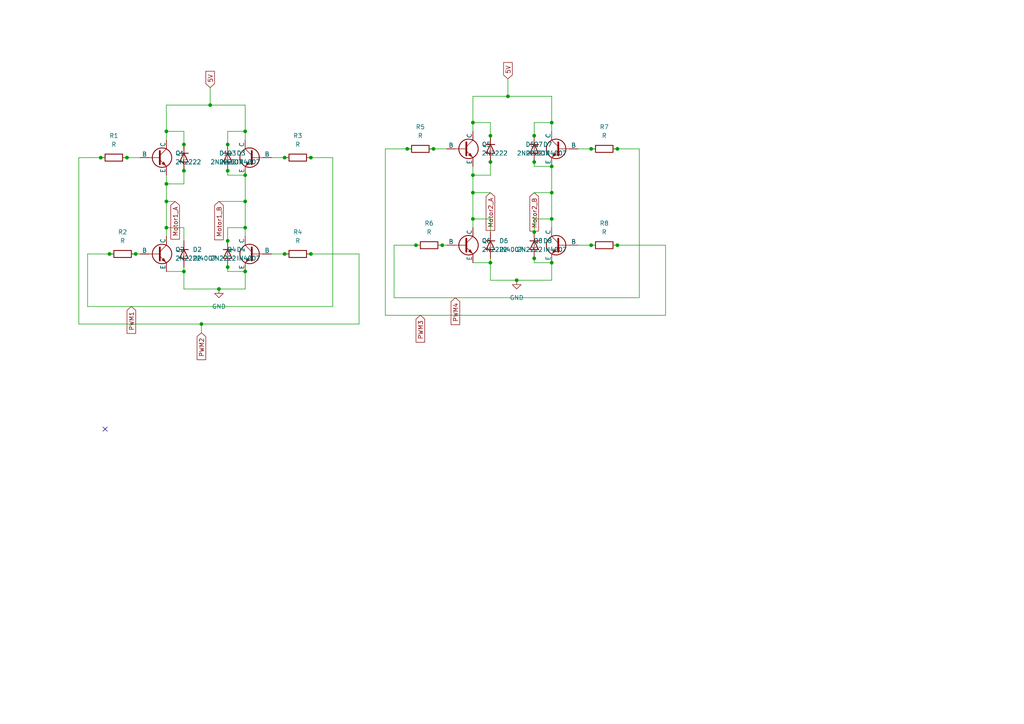
<source format=kicad_sch>
(kicad_sch (version 20230121) (generator eeschema)

  (uuid e206011f-8080-4293-b34d-fea9da82d08a)

  (paper "A4")

  (lib_symbols
    (symbol "Device:D" (pin_numbers hide) (pin_names (offset 1.016) hide) (in_bom yes) (on_board yes)
      (property "Reference" "D" (at 0 2.54 0)
        (effects (font (size 1.27 1.27)))
      )
      (property "Value" "D" (at 0 -2.54 0)
        (effects (font (size 1.27 1.27)))
      )
      (property "Footprint" "" (at 0 0 0)
        (effects (font (size 1.27 1.27)) hide)
      )
      (property "Datasheet" "~" (at 0 0 0)
        (effects (font (size 1.27 1.27)) hide)
      )
      (property "Sim.Device" "D" (at 0 0 0)
        (effects (font (size 1.27 1.27)) hide)
      )
      (property "Sim.Pins" "1=K 2=A" (at 0 0 0)
        (effects (font (size 1.27 1.27)) hide)
      )
      (property "ki_keywords" "diode" (at 0 0 0)
        (effects (font (size 1.27 1.27)) hide)
      )
      (property "ki_description" "Diode" (at 0 0 0)
        (effects (font (size 1.27 1.27)) hide)
      )
      (property "ki_fp_filters" "TO-???* *_Diode_* *SingleDiode* D_*" (at 0 0 0)
        (effects (font (size 1.27 1.27)) hide)
      )
      (symbol "D_0_1"
        (polyline
          (pts
            (xy -1.27 1.27)
            (xy -1.27 -1.27)
          )
          (stroke (width 0.254) (type default))
          (fill (type none))
        )
        (polyline
          (pts
            (xy 1.27 0)
            (xy -1.27 0)
          )
          (stroke (width 0) (type default))
          (fill (type none))
        )
        (polyline
          (pts
            (xy 1.27 1.27)
            (xy 1.27 -1.27)
            (xy -1.27 0)
            (xy 1.27 1.27)
          )
          (stroke (width 0.254) (type default))
          (fill (type none))
        )
      )
      (symbol "D_1_1"
        (pin passive line (at -3.81 0 0) (length 2.54)
          (name "K" (effects (font (size 1.27 1.27))))
          (number "1" (effects (font (size 1.27 1.27))))
        )
        (pin passive line (at 3.81 0 180) (length 2.54)
          (name "A" (effects (font (size 1.27 1.27))))
          (number "2" (effects (font (size 1.27 1.27))))
        )
      )
    )
    (symbol "Device:R" (pin_numbers hide) (pin_names (offset 0)) (in_bom yes) (on_board yes)
      (property "Reference" "R" (at 2.032 0 90)
        (effects (font (size 1.27 1.27)))
      )
      (property "Value" "R" (at 0 0 90)
        (effects (font (size 1.27 1.27)))
      )
      (property "Footprint" "" (at -1.778 0 90)
        (effects (font (size 1.27 1.27)) hide)
      )
      (property "Datasheet" "~" (at 0 0 0)
        (effects (font (size 1.27 1.27)) hide)
      )
      (property "ki_keywords" "R res resistor" (at 0 0 0)
        (effects (font (size 1.27 1.27)) hide)
      )
      (property "ki_description" "Resistor" (at 0 0 0)
        (effects (font (size 1.27 1.27)) hide)
      )
      (property "ki_fp_filters" "R_*" (at 0 0 0)
        (effects (font (size 1.27 1.27)) hide)
      )
      (symbol "R_0_1"
        (rectangle (start -1.016 -2.54) (end 1.016 2.54)
          (stroke (width 0.254) (type default))
          (fill (type none))
        )
      )
      (symbol "R_1_1"
        (pin passive line (at 0 3.81 270) (length 1.27)
          (name "~" (effects (font (size 1.27 1.27))))
          (number "1" (effects (font (size 1.27 1.27))))
        )
        (pin passive line (at 0 -3.81 90) (length 1.27)
          (name "~" (effects (font (size 1.27 1.27))))
          (number "2" (effects (font (size 1.27 1.27))))
        )
      )
    )
    (symbol "Simulation_SPICE:NPN" (pin_numbers hide) (pin_names (offset 0)) (in_bom yes) (on_board yes)
      (property "Reference" "Q" (at -2.54 7.62 0)
        (effects (font (size 1.27 1.27)))
      )
      (property "Value" "NPN" (at -2.54 5.08 0)
        (effects (font (size 1.27 1.27)))
      )
      (property "Footprint" "" (at 63.5 0 0)
        (effects (font (size 1.27 1.27)) hide)
      )
      (property "Datasheet" "~" (at 63.5 0 0)
        (effects (font (size 1.27 1.27)) hide)
      )
      (property "Sim.Device" "NPN" (at 0 0 0)
        (effects (font (size 1.27 1.27)) hide)
      )
      (property "Sim.Type" "GUMMELPOON" (at 0 0 0)
        (effects (font (size 1.27 1.27)) hide)
      )
      (property "Sim.Pins" "1=C 2=B 3=E" (at 0 0 0)
        (effects (font (size 1.27 1.27)) hide)
      )
      (property "ki_keywords" "simulation" (at 0 0 0)
        (effects (font (size 1.27 1.27)) hide)
      )
      (property "ki_description" "Bipolar transistor symbol for simulation only, substrate tied to the emitter" (at 0 0 0)
        (effects (font (size 1.27 1.27)) hide)
      )
      (symbol "NPN_0_1"
        (polyline
          (pts
            (xy -2.54 0)
            (xy 0.635 0)
          )
          (stroke (width 0.1524) (type default))
          (fill (type none))
        )
        (polyline
          (pts
            (xy 0.635 0.635)
            (xy 2.54 2.54)
          )
          (stroke (width 0) (type default))
          (fill (type none))
        )
        (polyline
          (pts
            (xy 2.794 -1.27)
            (xy 2.794 -1.27)
          )
          (stroke (width 0.1524) (type default))
          (fill (type none))
        )
        (polyline
          (pts
            (xy 2.794 -1.27)
            (xy 2.794 -1.27)
          )
          (stroke (width 0.1524) (type default))
          (fill (type none))
        )
        (polyline
          (pts
            (xy 0.635 -0.635)
            (xy 2.54 -2.54)
            (xy 2.54 -2.54)
          )
          (stroke (width 0) (type default))
          (fill (type none))
        )
        (polyline
          (pts
            (xy 0.635 1.905)
            (xy 0.635 -1.905)
            (xy 0.635 -1.905)
          )
          (stroke (width 0.508) (type default))
          (fill (type none))
        )
        (polyline
          (pts
            (xy 1.27 -1.778)
            (xy 1.778 -1.27)
            (xy 2.286 -2.286)
            (xy 1.27 -1.778)
            (xy 1.27 -1.778)
          )
          (stroke (width 0) (type default))
          (fill (type outline))
        )
        (circle (center 1.27 0) (radius 2.8194)
          (stroke (width 0.254) (type default))
          (fill (type none))
        )
      )
      (symbol "NPN_1_1"
        (pin open_collector line (at 2.54 5.08 270) (length 2.54)
          (name "C" (effects (font (size 1.27 1.27))))
          (number "1" (effects (font (size 1.27 1.27))))
        )
        (pin input line (at -5.08 0 0) (length 2.54)
          (name "B" (effects (font (size 1.27 1.27))))
          (number "2" (effects (font (size 1.27 1.27))))
        )
        (pin open_emitter line (at 2.54 -5.08 90) (length 2.54)
          (name "E" (effects (font (size 1.27 1.27))))
          (number "3" (effects (font (size 1.27 1.27))))
        )
      )
    )
    (symbol "power:GND" (power) (pin_names (offset 0)) (in_bom yes) (on_board yes)
      (property "Reference" "#PWR" (at 0 -6.35 0)
        (effects (font (size 1.27 1.27)) hide)
      )
      (property "Value" "GND" (at 0 -3.81 0)
        (effects (font (size 1.27 1.27)))
      )
      (property "Footprint" "" (at 0 0 0)
        (effects (font (size 1.27 1.27)) hide)
      )
      (property "Datasheet" "" (at 0 0 0)
        (effects (font (size 1.27 1.27)) hide)
      )
      (property "ki_keywords" "global power" (at 0 0 0)
        (effects (font (size 1.27 1.27)) hide)
      )
      (property "ki_description" "Power symbol creates a global label with name \"GND\" , ground" (at 0 0 0)
        (effects (font (size 1.27 1.27)) hide)
      )
      (symbol "GND_0_1"
        (polyline
          (pts
            (xy 0 0)
            (xy 0 -1.27)
            (xy 1.27 -1.27)
            (xy 0 -2.54)
            (xy -1.27 -1.27)
            (xy 0 -1.27)
          )
          (stroke (width 0) (type default))
          (fill (type none))
        )
      )
      (symbol "GND_1_1"
        (pin power_in line (at 0 0 270) (length 0) hide
          (name "GND" (effects (font (size 1.27 1.27))))
          (number "1" (effects (font (size 1.27 1.27))))
        )
      )
    )
  )

  (junction (at 160.02 48.26) (diameter 0) (color 0 0 0 0)
    (uuid 008c98e8-f24f-45cd-9839-67828f6b7326)
  )
  (junction (at 125.73 43.18) (diameter 0) (color 0 0 0 0)
    (uuid 00deda85-e7d8-4679-b222-b7b218ae946b)
  )
  (junction (at 154.94 39.37) (diameter 0) (color 0 0 0 0)
    (uuid 0171403d-9b57-4f22-b166-ff02a81f5f03)
  )
  (junction (at 128.27 71.12) (diameter 0) (color 0 0 0 0)
    (uuid 0b6d789a-2210-4dd1-a32c-31beb352b375)
  )
  (junction (at 71.12 78.74) (diameter 0) (color 0 0 0 0)
    (uuid 0ee45950-9ab9-4768-86a3-5b878df83f24)
  )
  (junction (at 142.24 76.2) (diameter 0) (color 0 0 0 0)
    (uuid 1d8a5292-70ce-4272-9a6c-5a166c615acf)
  )
  (junction (at 71.12 38.1) (diameter 0) (color 0 0 0 0)
    (uuid 2690f9f9-7a31-4947-8cfc-c51c89ea4cfc)
  )
  (junction (at 66.04 49.53) (diameter 0) (color 0 0 0 0)
    (uuid 3185c182-e94f-4652-a270-b61ebf0cb0a3)
  )
  (junction (at 39.37 73.66) (diameter 0) (color 0 0 0 0)
    (uuid 3366ad4f-0091-4172-9916-9a21eac8240a)
  )
  (junction (at 120.65 71.12) (diameter 0) (color 0 0 0 0)
    (uuid 36bc7048-5421-47c1-9851-9f135302563a)
  )
  (junction (at 66.04 77.47) (diameter 0) (color 0 0 0 0)
    (uuid 38189b01-71dd-4a47-8e82-9033a73357c9)
  )
  (junction (at 154.94 67.31) (diameter 0) (color 0 0 0 0)
    (uuid 3ac33279-ae54-4510-9b1e-4465874decb4)
  )
  (junction (at 137.16 35.56) (diameter 0) (color 0 0 0 0)
    (uuid 3c549ad7-bda8-4cd3-8d5d-f29ec07e95fe)
  )
  (junction (at 63.5 83.82) (diameter 0) (color 0 0 0 0)
    (uuid 3ce24f19-1937-4158-ac95-27ef6bf84e9e)
  )
  (junction (at 90.17 45.72) (diameter 0) (color 0 0 0 0)
    (uuid 41d16441-5a34-4658-b353-9413ddd9952c)
  )
  (junction (at 179.07 71.12) (diameter 0) (color 0 0 0 0)
    (uuid 4396a4e5-fc16-4e6f-8021-bff21ae70b2e)
  )
  (junction (at 66.04 69.85) (diameter 0) (color 0 0 0 0)
    (uuid 4d20c5ab-d52f-4a69-a1ba-732878cde082)
  )
  (junction (at 142.24 46.99) (diameter 0) (color 0 0 0 0)
    (uuid 5482dbc5-c0bc-4a84-9c07-55dba381e684)
  )
  (junction (at 60.96 30.48) (diameter 0) (color 0 0 0 0)
    (uuid 55dc8f3c-aef7-42c9-a13a-28f92c163964)
  )
  (junction (at 160.02 55.88) (diameter 0) (color 0 0 0 0)
    (uuid 57d97244-3fb4-42f7-8699-3fbde264ed5f)
  )
  (junction (at 71.12 66.04) (diameter 0) (color 0 0 0 0)
    (uuid 59a89079-9b4a-48e5-9bee-6223da158833)
  )
  (junction (at 160.02 35.56) (diameter 0) (color 0 0 0 0)
    (uuid 6a32e41e-760f-423d-b21c-c33eba80f5b9)
  )
  (junction (at 179.07 43.18) (diameter 0) (color 0 0 0 0)
    (uuid 6cd3485a-1dfc-4184-861c-ba336f6a5e6c)
  )
  (junction (at 48.26 38.1) (diameter 0) (color 0 0 0 0)
    (uuid 79632830-60f9-4a47-af49-63e4d82d5412)
  )
  (junction (at 48.26 58.42) (diameter 0) (color 0 0 0 0)
    (uuid 7b4acf42-0a98-42f5-bcb9-0848273454c0)
  )
  (junction (at 71.12 50.8) (diameter 0) (color 0 0 0 0)
    (uuid 7c789aa1-4a87-440f-b8bf-5b5ba2aa2822)
  )
  (junction (at 90.17 73.66) (diameter 0) (color 0 0 0 0)
    (uuid 7f3f1e75-9148-4ffe-8c69-f369f85d380a)
  )
  (junction (at 48.26 66.04) (diameter 0) (color 0 0 0 0)
    (uuid 87d2de26-9a75-46ea-8d4b-9b95d686a70c)
  )
  (junction (at 82.55 73.66) (diameter 0) (color 0 0 0 0)
    (uuid 8b88dd8d-7b4b-4431-b8a6-9754e25a77df)
  )
  (junction (at 118.11 43.18) (diameter 0) (color 0 0 0 0)
    (uuid 8c818322-f40c-48c7-be41-58fbdca8605f)
  )
  (junction (at 48.26 53.34) (diameter 0) (color 0 0 0 0)
    (uuid 9f593349-ad3e-4700-810f-f28934c3fc3b)
  )
  (junction (at 154.94 74.93) (diameter 0) (color 0 0 0 0)
    (uuid 9fc7888a-6883-4179-a567-56931f041850)
  )
  (junction (at 53.34 78.74) (diameter 0) (color 0 0 0 0)
    (uuid a207f984-8ef4-42e2-a83d-c18209e8f3bb)
  )
  (junction (at 154.94 46.99) (diameter 0) (color 0 0 0 0)
    (uuid ac36b7d9-65d8-4f73-bfbd-46566728f4c1)
  )
  (junction (at 137.16 55.88) (diameter 0) (color 0 0 0 0)
    (uuid ad0ff6b0-87ad-47dc-9ba4-db3388628a6c)
  )
  (junction (at 58.42 93.98) (diameter 0) (color 0 0 0 0)
    (uuid b4199773-cc2e-417e-acc8-43e75c6b10bb)
  )
  (junction (at 66.04 41.91) (diameter 0) (color 0 0 0 0)
    (uuid bf4137c6-7c5f-47fc-b425-76101d7671a5)
  )
  (junction (at 160.02 76.2) (diameter 0) (color 0 0 0 0)
    (uuid bf44b378-3a3e-41d4-b8b8-edeb3b47dc40)
  )
  (junction (at 137.16 50.8) (diameter 0) (color 0 0 0 0)
    (uuid d1b1a749-0e81-45cd-86af-318e86efc0ec)
  )
  (junction (at 137.16 63.5) (diameter 0) (color 0 0 0 0)
    (uuid d327bb16-eeb3-4cc9-89f4-272de910c520)
  )
  (junction (at 29.21 45.72) (diameter 0) (color 0 0 0 0)
    (uuid d7a7333f-72da-4379-81cb-6c6e28e6e5e9)
  )
  (junction (at 53.34 41.91) (diameter 0) (color 0 0 0 0)
    (uuid d88e5611-7a19-43d3-b4db-331a7152d821)
  )
  (junction (at 71.12 58.42) (diameter 0) (color 0 0 0 0)
    (uuid d90fa863-0ea2-4f87-8db2-4b29d8b0f81c)
  )
  (junction (at 82.55 45.72) (diameter 0) (color 0 0 0 0)
    (uuid dc060307-73f9-4c4d-833b-ae79776d34ed)
  )
  (junction (at 31.75 73.66) (diameter 0) (color 0 0 0 0)
    (uuid de7d7030-2223-4455-a973-247a7843f2ec)
  )
  (junction (at 53.34 49.53) (diameter 0) (color 0 0 0 0)
    (uuid deaaa5c3-a3dd-4359-a4c6-c3d54c7e8b59)
  )
  (junction (at 171.45 43.18) (diameter 0) (color 0 0 0 0)
    (uuid e88c0928-502b-45ea-bfe3-266fe64eba1f)
  )
  (junction (at 149.86 81.28) (diameter 0) (color 0 0 0 0)
    (uuid e8d07b97-eb79-4e08-8bb2-367fa5fba27b)
  )
  (junction (at 142.24 39.37) (diameter 0) (color 0 0 0 0)
    (uuid ea65ce13-e2eb-4fbe-8e24-c484cbf23cb6)
  )
  (junction (at 160.02 63.5) (diameter 0) (color 0 0 0 0)
    (uuid ec1f8195-58fb-4006-a120-18cf4f812e1e)
  )
  (junction (at 171.45 71.12) (diameter 0) (color 0 0 0 0)
    (uuid f2dbad1b-81f5-42c5-bc6f-c7b31b52320c)
  )
  (junction (at 147.32 27.94) (diameter 0) (color 0 0 0 0)
    (uuid f7483d54-ec22-4237-929f-5a8008d3c2e6)
  )
  (junction (at 36.83 45.72) (diameter 0) (color 0 0 0 0)
    (uuid fa4d1ecd-4026-4a08-be6d-bc506fea465f)
  )

  (no_connect (at 30.48 124.46) (uuid 0c063159-78e5-4b3d-9ea1-c287827a96f6))

  (wire (pts (xy 154.94 39.37) (xy 154.94 40.64))
    (stroke (width 0) (type default))
    (uuid 01dfb55d-6ae4-4cce-a5ea-a622a794b812)
  )
  (wire (pts (xy 66.04 38.1) (xy 71.12 38.1))
    (stroke (width 0) (type default))
    (uuid 02ccfae0-9a5a-4af7-90a6-622c883902e6)
  )
  (wire (pts (xy 53.34 77.47) (xy 53.34 78.74))
    (stroke (width 0) (type default))
    (uuid 03cfe91a-ca21-4cb4-8ec8-cc008cbeab0f)
  )
  (wire (pts (xy 58.42 96.52) (xy 58.42 93.98))
    (stroke (width 0) (type default))
    (uuid 05dbdc27-6570-45e5-b03a-dce440c41fd9)
  )
  (wire (pts (xy 171.45 71.12) (xy 172.72 71.12))
    (stroke (width 0) (type default))
    (uuid 0610ed04-1ad8-4ca3-9fae-27ac10de2173)
  )
  (wire (pts (xy 25.4 88.9) (xy 96.52 88.9))
    (stroke (width 0) (type default))
    (uuid 07609a31-95b6-4922-8c1e-268dc2795a0d)
  )
  (wire (pts (xy 71.12 50.8) (xy 71.12 58.42))
    (stroke (width 0) (type default))
    (uuid 0923a379-7c91-4a45-88bc-c14aa321840e)
  )
  (wire (pts (xy 154.94 55.88) (xy 160.02 55.88))
    (stroke (width 0) (type default))
    (uuid 0ae8c34e-a63f-4511-99e8-299c7fed4dff)
  )
  (wire (pts (xy 71.12 38.1) (xy 71.12 40.64))
    (stroke (width 0) (type default))
    (uuid 0be51494-8159-4a2f-a599-01d1057fe1c5)
  )
  (wire (pts (xy 142.24 45.72) (xy 142.24 46.99))
    (stroke (width 0) (type default))
    (uuid 0e4512c2-185a-4f77-b2bf-8ad34d2ee0bc)
  )
  (wire (pts (xy 114.3 71.12) (xy 114.3 86.36))
    (stroke (width 0) (type default))
    (uuid 107d2d53-39a2-44f8-9a14-fbb4c7605d43)
  )
  (wire (pts (xy 53.34 83.82) (xy 63.5 83.82))
    (stroke (width 0) (type default))
    (uuid 1116e273-d0c9-4dbc-9433-c997d7063c36)
  )
  (wire (pts (xy 147.32 22.86) (xy 147.32 27.94))
    (stroke (width 0) (type default))
    (uuid 15c31eed-16fd-4893-aa0e-91ef93cef4c6)
  )
  (wire (pts (xy 53.34 41.91) (xy 53.34 38.1))
    (stroke (width 0) (type default))
    (uuid 17842654-39cc-41ae-bfe4-756d0e841ae1)
  )
  (wire (pts (xy 53.34 78.74) (xy 48.26 78.74))
    (stroke (width 0) (type default))
    (uuid 1afdb5c4-cad4-4596-bd7e-da6df546882a)
  )
  (wire (pts (xy 53.34 43.18) (xy 53.34 41.91))
    (stroke (width 0) (type default))
    (uuid 1f209090-0e79-4ea1-8a03-ea8b9adc53d4)
  )
  (wire (pts (xy 71.12 66.04) (xy 71.12 68.58))
    (stroke (width 0) (type default))
    (uuid 2271a97c-2cf6-4a9e-ae97-bd7bd06d8ecc)
  )
  (wire (pts (xy 160.02 35.56) (xy 160.02 38.1))
    (stroke (width 0) (type default))
    (uuid 25eebd25-3bbb-40f6-a159-2d133843b795)
  )
  (wire (pts (xy 111.76 43.18) (xy 118.11 43.18))
    (stroke (width 0) (type default))
    (uuid 261ed723-f9a7-4c04-8072-9940305f78b4)
  )
  (wire (pts (xy 154.94 74.93) (xy 154.94 76.2))
    (stroke (width 0) (type default))
    (uuid 275a1242-68a0-41e9-85c7-7791545f4812)
  )
  (wire (pts (xy 177.8 43.18) (xy 179.07 43.18))
    (stroke (width 0) (type default))
    (uuid 28cbdcf7-be69-40f9-b8b9-be508cd7039c)
  )
  (wire (pts (xy 142.24 63.5) (xy 142.24 67.31))
    (stroke (width 0) (type default))
    (uuid 299f919b-7528-4b4d-b418-851bac3f3366)
  )
  (wire (pts (xy 48.26 58.42) (xy 48.26 66.04))
    (stroke (width 0) (type default))
    (uuid 29f6bf46-d3df-419a-99a0-74d42a013e7f)
  )
  (wire (pts (xy 71.12 78.74) (xy 71.12 83.82))
    (stroke (width 0) (type default))
    (uuid 2a26287b-c19f-48b1-8e74-0e7201485bfc)
  )
  (wire (pts (xy 33.02 73.66) (xy 31.75 73.66))
    (stroke (width 0) (type default))
    (uuid 2a9bf1b5-eac0-448f-97ac-e2c6db653088)
  )
  (wire (pts (xy 22.86 45.72) (xy 29.21 45.72))
    (stroke (width 0) (type default))
    (uuid 2ae787b9-dfb9-4349-89c9-4b7250d24904)
  )
  (wire (pts (xy 31.75 73.66) (xy 25.4 73.66))
    (stroke (width 0) (type default))
    (uuid 2b75e97e-5fe3-4c4f-abd5-7489922e07e3)
  )
  (wire (pts (xy 88.9 73.66) (xy 90.17 73.66))
    (stroke (width 0) (type default))
    (uuid 2fce25c6-2098-4b9b-a9f3-292386851994)
  )
  (wire (pts (xy 22.86 93.98) (xy 58.42 93.98))
    (stroke (width 0) (type default))
    (uuid 32c3f319-670e-41f5-862d-df7d0daa5901)
  )
  (wire (pts (xy 48.26 30.48) (xy 60.96 30.48))
    (stroke (width 0) (type default))
    (uuid 35f2908f-7624-4884-ac7b-9bd187d5103d)
  )
  (wire (pts (xy 53.34 49.53) (xy 53.34 53.34))
    (stroke (width 0) (type default))
    (uuid 36bcab8a-2418-4a4e-a721-71aaea68b329)
  )
  (wire (pts (xy 154.94 76.2) (xy 160.02 76.2))
    (stroke (width 0) (type default))
    (uuid 39a5f307-219d-4f66-bedb-42971e21c2ad)
  )
  (wire (pts (xy 142.24 76.2) (xy 137.16 76.2))
    (stroke (width 0) (type default))
    (uuid 3a4e2315-6dcd-4b10-817d-851547a02327)
  )
  (wire (pts (xy 66.04 71.12) (xy 66.04 69.85))
    (stroke (width 0) (type default))
    (uuid 3a704c56-e351-4037-abb4-ce7dd4efdb3d)
  )
  (wire (pts (xy 71.12 58.42) (xy 71.12 66.04))
    (stroke (width 0) (type default))
    (uuid 3b3ac1d2-fde5-46f7-b5ea-6aa52c139699)
  )
  (wire (pts (xy 63.5 83.82) (xy 71.12 83.82))
    (stroke (width 0) (type default))
    (uuid 3b6d130e-12db-47b5-8363-4c06fd9a058d)
  )
  (wire (pts (xy 137.16 48.26) (xy 137.16 50.8))
    (stroke (width 0) (type default))
    (uuid 3b6f725f-0c2c-47f3-b173-928646189f00)
  )
  (wire (pts (xy 154.94 68.58) (xy 154.94 67.31))
    (stroke (width 0) (type default))
    (uuid 3c9c8b29-065c-4700-ae0e-04a102a8406a)
  )
  (wire (pts (xy 154.94 45.72) (xy 154.94 46.99))
    (stroke (width 0) (type default))
    (uuid 3defea52-f838-4885-9e89-bbfc9112752f)
  )
  (wire (pts (xy 66.04 41.91) (xy 66.04 43.18))
    (stroke (width 0) (type default))
    (uuid 457a5335-96b7-41cb-8201-8ad8790eb9aa)
  )
  (wire (pts (xy 137.16 27.94) (xy 147.32 27.94))
    (stroke (width 0) (type default))
    (uuid 45ac3ce8-9590-4b1d-848a-64fa6fb4dfd3)
  )
  (wire (pts (xy 179.07 43.18) (xy 185.42 43.18))
    (stroke (width 0) (type default))
    (uuid 45d1b3f1-d1f8-4838-9f55-2f7978e82efe)
  )
  (wire (pts (xy 22.86 93.98) (xy 22.86 45.72))
    (stroke (width 0) (type default))
    (uuid 47014bce-f80d-4f56-8d67-5a37b2697ae6)
  )
  (wire (pts (xy 149.86 81.28) (xy 160.02 81.28))
    (stroke (width 0) (type default))
    (uuid 486ad031-230c-4859-b327-a3ffa7f2fed7)
  )
  (wire (pts (xy 167.64 43.18) (xy 171.45 43.18))
    (stroke (width 0) (type default))
    (uuid 48bf7520-7cdc-40d0-9923-9561126105c0)
  )
  (wire (pts (xy 137.16 63.5) (xy 142.24 63.5))
    (stroke (width 0) (type default))
    (uuid 50d0dc8f-b7a7-463d-8a8a-2e24f6acf774)
  )
  (wire (pts (xy 63.5 58.42) (xy 71.12 58.42))
    (stroke (width 0) (type default))
    (uuid 525b8876-09cb-4d81-b36e-bbefc05a5677)
  )
  (wire (pts (xy 35.56 45.72) (xy 36.83 45.72))
    (stroke (width 0) (type default))
    (uuid 53529ce7-b0bf-4df1-a35c-f26662ef1473)
  )
  (wire (pts (xy 128.27 71.12) (xy 129.54 71.12))
    (stroke (width 0) (type default))
    (uuid 56f10016-e314-4b96-8cad-970af526676a)
  )
  (wire (pts (xy 60.96 30.48) (xy 71.12 30.48))
    (stroke (width 0) (type default))
    (uuid 573126d2-6537-47f5-a73a-539a900f8e54)
  )
  (wire (pts (xy 154.94 67.31) (xy 154.94 63.5))
    (stroke (width 0) (type default))
    (uuid 66dc1607-174d-4105-b7e4-c6c8dc598634)
  )
  (wire (pts (xy 160.02 76.2) (xy 160.02 81.28))
    (stroke (width 0) (type default))
    (uuid 6aa39c93-0691-4672-88fd-8a35559544c3)
  )
  (wire (pts (xy 82.55 45.72) (xy 83.82 45.72))
    (stroke (width 0) (type default))
    (uuid 6b9bf224-e315-4625-8409-4ac2b530c9aa)
  )
  (wire (pts (xy 90.17 73.66) (xy 104.14 73.66))
    (stroke (width 0) (type default))
    (uuid 6c1e8852-c235-487a-bab5-8c9407450344)
  )
  (wire (pts (xy 104.14 73.66) (xy 104.14 93.98))
    (stroke (width 0) (type default))
    (uuid 6d477e7e-244d-4739-8a43-70a22095ac96)
  )
  (wire (pts (xy 185.42 86.36) (xy 185.42 43.18))
    (stroke (width 0) (type default))
    (uuid 6eaaa3b2-1796-4d06-bf1b-d996e0516170)
  )
  (wire (pts (xy 154.94 48.26) (xy 160.02 48.26))
    (stroke (width 0) (type default))
    (uuid 6ee82b2b-2ac5-4dd2-8929-4d2c808f10e2)
  )
  (wire (pts (xy 154.94 35.56) (xy 160.02 35.56))
    (stroke (width 0) (type default))
    (uuid 70972d9b-d688-4d7d-baa8-790c6588c355)
  )
  (wire (pts (xy 193.04 91.44) (xy 111.76 91.44))
    (stroke (width 0) (type default))
    (uuid 72301629-0f1b-499d-a64c-f5ffde760137)
  )
  (wire (pts (xy 71.12 30.48) (xy 71.12 38.1))
    (stroke (width 0) (type default))
    (uuid 74fa7266-0518-44a3-9eed-9f475d18d6fa)
  )
  (wire (pts (xy 53.34 78.74) (xy 53.34 83.82))
    (stroke (width 0) (type default))
    (uuid 760150f4-08df-40f8-86ab-013aa03cca35)
  )
  (wire (pts (xy 38.1 73.66) (xy 39.37 73.66))
    (stroke (width 0) (type default))
    (uuid 76cdffb8-4ca1-4811-8c52-044b8031b5b1)
  )
  (wire (pts (xy 142.24 40.64) (xy 142.24 39.37))
    (stroke (width 0) (type default))
    (uuid 76d18943-bf79-403f-ba9d-75abb3352dc2)
  )
  (wire (pts (xy 78.74 73.66) (xy 82.55 73.66))
    (stroke (width 0) (type default))
    (uuid 7910f104-7370-46a2-8131-ef1d9dfd6ef2)
  )
  (wire (pts (xy 66.04 49.53) (xy 66.04 50.8))
    (stroke (width 0) (type default))
    (uuid 7ad2fc3d-ba96-4c38-b6e1-0a0e22bed5e7)
  )
  (wire (pts (xy 36.83 45.72) (xy 40.64 45.72))
    (stroke (width 0) (type default))
    (uuid 80487b12-a7de-4237-b328-3c76b33f1b77)
  )
  (wire (pts (xy 127 71.12) (xy 128.27 71.12))
    (stroke (width 0) (type default))
    (uuid 80f69196-26ac-4208-84b9-e407ce042bee)
  )
  (wire (pts (xy 88.9 45.72) (xy 90.17 45.72))
    (stroke (width 0) (type default))
    (uuid 8170aea5-59ba-44ee-8fa5-f907e77d0eea)
  )
  (wire (pts (xy 111.76 91.44) (xy 111.76 43.18))
    (stroke (width 0) (type default))
    (uuid 82ce1a4f-4681-47fc-adf8-60af617730bd)
  )
  (wire (pts (xy 66.04 78.74) (xy 71.12 78.74))
    (stroke (width 0) (type default))
    (uuid 8504b2be-71f4-45c9-9f24-00d43de5678e)
  )
  (wire (pts (xy 171.45 43.18) (xy 172.72 43.18))
    (stroke (width 0) (type default))
    (uuid 87bb6bb5-15d3-45a0-94b1-1d064b2d4098)
  )
  (wire (pts (xy 66.04 69.85) (xy 66.04 66.04))
    (stroke (width 0) (type default))
    (uuid 8c9fb1fb-d8c1-4660-bee7-124a2faaf7b9)
  )
  (wire (pts (xy 137.16 55.88) (xy 142.24 55.88))
    (stroke (width 0) (type default))
    (uuid 8e770995-f8d4-40a7-ab8c-074fdcab713c)
  )
  (wire (pts (xy 25.4 73.66) (xy 25.4 88.9))
    (stroke (width 0) (type default))
    (uuid 8f24891b-00fc-4642-b9d6-d19fc474bad3)
  )
  (wire (pts (xy 160.02 63.5) (xy 160.02 66.04))
    (stroke (width 0) (type default))
    (uuid 927e3660-ec29-4bb3-b9d5-ac90c4481f5d)
  )
  (wire (pts (xy 66.04 48.26) (xy 66.04 49.53))
    (stroke (width 0) (type default))
    (uuid 92c961ec-d3e4-40f8-b158-4583b0e42370)
  )
  (wire (pts (xy 142.24 74.93) (xy 142.24 76.2))
    (stroke (width 0) (type default))
    (uuid 969da8a1-1828-4a6e-b587-3156bad3afc7)
  )
  (wire (pts (xy 114.3 86.36) (xy 185.42 86.36))
    (stroke (width 0) (type default))
    (uuid 98b274b0-1a13-4f18-b647-3d9887db3f0d)
  )
  (wire (pts (xy 48.26 50.8) (xy 48.26 53.34))
    (stroke (width 0) (type default))
    (uuid 9aa3a071-d1a4-461b-8cd1-a35a713738e5)
  )
  (wire (pts (xy 125.73 43.18) (xy 129.54 43.18))
    (stroke (width 0) (type default))
    (uuid 9baa4ffe-175e-4ff8-9a74-8239d2af471c)
  )
  (wire (pts (xy 39.37 73.66) (xy 40.64 73.66))
    (stroke (width 0) (type default))
    (uuid 9bab7f7b-f433-4093-9df5-e31429fbe511)
  )
  (wire (pts (xy 193.04 71.12) (xy 193.04 91.44))
    (stroke (width 0) (type default))
    (uuid 9e2db8a1-e517-46b1-b042-29f4777b7e8c)
  )
  (wire (pts (xy 124.46 43.18) (xy 125.73 43.18))
    (stroke (width 0) (type default))
    (uuid a1057ee2-7838-44ce-aeed-f074524cb2bb)
  )
  (wire (pts (xy 142.24 76.2) (xy 142.24 81.28))
    (stroke (width 0) (type default))
    (uuid a1eb5039-8f85-464b-90ec-6474d67e7a5a)
  )
  (wire (pts (xy 58.42 93.98) (xy 104.14 93.98))
    (stroke (width 0) (type default))
    (uuid a22f9fe2-fd47-41bb-a319-9e162958eebd)
  )
  (wire (pts (xy 66.04 50.8) (xy 71.12 50.8))
    (stroke (width 0) (type default))
    (uuid a4e90efe-df3f-4758-96e2-c8de948dfae6)
  )
  (wire (pts (xy 160.02 27.94) (xy 160.02 35.56))
    (stroke (width 0) (type default))
    (uuid a598693d-d7b8-4c4e-91bd-415ebfff6039)
  )
  (wire (pts (xy 142.24 39.37) (xy 142.24 35.56))
    (stroke (width 0) (type default))
    (uuid a9ade45e-1f33-4d18-a1e9-13e4f5bb0e64)
  )
  (wire (pts (xy 48.26 53.34) (xy 53.34 53.34))
    (stroke (width 0) (type default))
    (uuid ad630fe2-1f30-4f31-b986-38790c137bd6)
  )
  (wire (pts (xy 142.24 46.99) (xy 142.24 50.8))
    (stroke (width 0) (type default))
    (uuid afe85f7e-6d65-4745-a350-d65337868b62)
  )
  (wire (pts (xy 60.96 25.4) (xy 60.96 30.48))
    (stroke (width 0) (type default))
    (uuid b01471ba-dbe7-4a06-b26b-1932d961e5ca)
  )
  (wire (pts (xy 154.94 63.5) (xy 160.02 63.5))
    (stroke (width 0) (type default))
    (uuid b1e9373a-5d5b-4db9-9397-06077d49ba21)
  )
  (wire (pts (xy 120.65 71.12) (xy 114.3 71.12))
    (stroke (width 0) (type default))
    (uuid b37244c7-79a8-4275-a868-7444d1b7bac8)
  )
  (wire (pts (xy 48.26 66.04) (xy 48.26 68.58))
    (stroke (width 0) (type default))
    (uuid b4bb7335-aea9-4bb6-a6cd-886a152e79bd)
  )
  (wire (pts (xy 137.16 35.56) (xy 137.16 27.94))
    (stroke (width 0) (type default))
    (uuid b78c6c9c-2467-45b3-b4cd-8b7ddbee4627)
  )
  (wire (pts (xy 53.34 48.26) (xy 53.34 49.53))
    (stroke (width 0) (type default))
    (uuid bc37b237-7ff5-4f60-a3c8-44f3a3113037)
  )
  (wire (pts (xy 48.26 53.34) (xy 48.26 58.42))
    (stroke (width 0) (type default))
    (uuid c1349cf9-9e7f-4def-8d78-a7baf8c9423d)
  )
  (wire (pts (xy 53.34 38.1) (xy 48.26 38.1))
    (stroke (width 0) (type default))
    (uuid c435518a-14f6-41e4-ad73-ec6219239c13)
  )
  (wire (pts (xy 154.94 46.99) (xy 154.94 48.26))
    (stroke (width 0) (type default))
    (uuid c6e5aa10-10f2-4add-9d79-4630c7324012)
  )
  (wire (pts (xy 66.04 76.2) (xy 66.04 77.47))
    (stroke (width 0) (type default))
    (uuid c7e6aba3-0598-41e4-ba0f-8126878794f9)
  )
  (wire (pts (xy 29.21 45.72) (xy 30.48 45.72))
    (stroke (width 0) (type default))
    (uuid c869b001-00a6-4395-9bbe-d24726e92446)
  )
  (wire (pts (xy 121.92 71.12) (xy 120.65 71.12))
    (stroke (width 0) (type default))
    (uuid c8fe4750-06c3-4565-9390-b0f5d3b0acee)
  )
  (wire (pts (xy 147.32 27.94) (xy 160.02 27.94))
    (stroke (width 0) (type default))
    (uuid ca6cf087-74c3-473b-ba35-246c60189ad4)
  )
  (wire (pts (xy 154.94 73.66) (xy 154.94 74.93))
    (stroke (width 0) (type default))
    (uuid cb34d512-9d8e-4162-9712-5d0962a611ff)
  )
  (wire (pts (xy 154.94 35.56) (xy 154.94 39.37))
    (stroke (width 0) (type default))
    (uuid cd09aabd-fb61-4a45-a567-97fe3fcadecc)
  )
  (wire (pts (xy 66.04 77.47) (xy 66.04 78.74))
    (stroke (width 0) (type default))
    (uuid cd73f56f-e1a3-4959-a141-d7a40fc73142)
  )
  (wire (pts (xy 160.02 48.26) (xy 160.02 55.88))
    (stroke (width 0) (type default))
    (uuid cf664c0f-989c-4b79-95af-146cd3924048)
  )
  (wire (pts (xy 137.16 55.88) (xy 137.16 63.5))
    (stroke (width 0) (type default))
    (uuid d0f5f464-9102-4544-bde0-ed1cefcac401)
  )
  (wire (pts (xy 137.16 63.5) (xy 137.16 66.04))
    (stroke (width 0) (type default))
    (uuid d3d07dd5-257f-4d7f-86b5-484d3be32456)
  )
  (wire (pts (xy 160.02 55.88) (xy 160.02 63.5))
    (stroke (width 0) (type default))
    (uuid d40ab536-783b-4ea1-a60f-0ade72a718fa)
  )
  (wire (pts (xy 48.26 38.1) (xy 48.26 30.48))
    (stroke (width 0) (type default))
    (uuid d5808047-d98d-4524-8ded-a606e1d5e6ec)
  )
  (wire (pts (xy 142.24 81.28) (xy 149.86 81.28))
    (stroke (width 0) (type default))
    (uuid d597a11d-f6ce-42be-bac5-3fde2431a01e)
  )
  (wire (pts (xy 66.04 38.1) (xy 66.04 41.91))
    (stroke (width 0) (type default))
    (uuid d75d2326-712f-4abd-9c76-e6e8eacc9bfd)
  )
  (wire (pts (xy 118.11 43.18) (xy 119.38 43.18))
    (stroke (width 0) (type default))
    (uuid de5ec03d-46f5-4ff5-9603-83fcc23ab840)
  )
  (wire (pts (xy 137.16 50.8) (xy 142.24 50.8))
    (stroke (width 0) (type default))
    (uuid de71e0a8-1f67-4907-8128-4ed4e85b7b76)
  )
  (wire (pts (xy 142.24 35.56) (xy 137.16 35.56))
    (stroke (width 0) (type default))
    (uuid df64dba2-5422-4dba-90fd-3b4f39d8c95b)
  )
  (wire (pts (xy 66.04 66.04) (xy 71.12 66.04))
    (stroke (width 0) (type default))
    (uuid e06cf68e-89f8-4c52-a580-812a309a4180)
  )
  (wire (pts (xy 53.34 66.04) (xy 53.34 69.85))
    (stroke (width 0) (type default))
    (uuid e08e9571-8ce9-4bc3-83bc-84671d57120d)
  )
  (wire (pts (xy 48.26 58.42) (xy 50.8 58.42))
    (stroke (width 0) (type default))
    (uuid e1f54a72-6f8e-4498-b2a9-af6ad6a646c8)
  )
  (wire (pts (xy 167.64 71.12) (xy 171.45 71.12))
    (stroke (width 0) (type default))
    (uuid e3e98223-9454-4e3d-9b53-01e2655fb756)
  )
  (wire (pts (xy 137.16 35.56) (xy 137.16 38.1))
    (stroke (width 0) (type default))
    (uuid e4264b71-38a2-416c-a931-041447a2f9a1)
  )
  (wire (pts (xy 96.52 88.9) (xy 96.52 45.72))
    (stroke (width 0) (type default))
    (uuid e8cc44dd-87bc-4c2a-b6fa-f1d1df664b0d)
  )
  (wire (pts (xy 78.74 45.72) (xy 82.55 45.72))
    (stroke (width 0) (type default))
    (uuid ea23de01-ca2d-4789-9fb6-03d063c07513)
  )
  (wire (pts (xy 48.26 66.04) (xy 53.34 66.04))
    (stroke (width 0) (type default))
    (uuid eaddbb84-08e2-436b-89a4-a38e7c2c2f90)
  )
  (wire (pts (xy 90.17 45.72) (xy 96.52 45.72))
    (stroke (width 0) (type default))
    (uuid ed7912f5-7f02-4308-9bdf-b7664907054a)
  )
  (wire (pts (xy 179.07 71.12) (xy 193.04 71.12))
    (stroke (width 0) (type default))
    (uuid ed840246-f35f-4e9d-829a-c374f957e384)
  )
  (wire (pts (xy 48.26 38.1) (xy 48.26 40.64))
    (stroke (width 0) (type default))
    (uuid f086083c-abcc-4bb4-854b-7cd9e2b0405b)
  )
  (wire (pts (xy 177.8 71.12) (xy 179.07 71.12))
    (stroke (width 0) (type default))
    (uuid f215b968-b465-4142-93f2-8a332d6ae6cb)
  )
  (wire (pts (xy 82.55 73.66) (xy 83.82 73.66))
    (stroke (width 0) (type default))
    (uuid faa30f97-6705-45ba-b797-955d5556a766)
  )
  (wire (pts (xy 137.16 50.8) (xy 137.16 55.88))
    (stroke (width 0) (type default))
    (uuid fc663338-c098-41ba-87ec-e5f68ecccfbd)
  )

  (global_label "5V" (shape input) (at 147.32 22.86 90) (fields_autoplaced)
    (effects (font (size 1.27 1.27)) (justify left))
    (uuid 121c4814-3da5-46e8-8361-8d9388067554)
    (property "Intersheetrefs" "${INTERSHEET_REFS}" (at 147.32 17.5767 90)
      (effects (font (size 1.27 1.27)) (justify left) hide)
    )
  )
  (global_label "Motor2_A" (shape input) (at 142.24 55.88 270) (fields_autoplaced)
    (effects (font (size 1.27 1.27)) (justify right))
    (uuid 316baa2d-adb5-4c80-82f5-b4529e635d7a)
    (property "Intersheetrefs" "${INTERSHEET_REFS}" (at 142.24 67.3922 90)
      (effects (font (size 1.27 1.27)) (justify right) hide)
    )
  )
  (global_label "Motor2_B" (shape input) (at 154.94 55.88 270) (fields_autoplaced)
    (effects (font (size 1.27 1.27)) (justify right))
    (uuid 40c57447-5d10-462f-a164-c869d3482c9e)
    (property "Intersheetrefs" "${INTERSHEET_REFS}" (at 154.94 67.5736 90)
      (effects (font (size 1.27 1.27)) (justify right) hide)
    )
  )
  (global_label "Motor1_B" (shape input) (at 63.5 58.42 270) (fields_autoplaced)
    (effects (font (size 1.27 1.27)) (justify right))
    (uuid 4c0e093c-ce6c-4308-9460-db7ec1cfb1ef)
    (property "Intersheetrefs" "${INTERSHEET_REFS}" (at 63.5 70.1136 90)
      (effects (font (size 1.27 1.27)) (justify right) hide)
    )
  )
  (global_label "PWM2" (shape input) (at 58.42 96.52 270) (fields_autoplaced)
    (effects (font (size 1.27 1.27)) (justify right))
    (uuid 737f5edc-67a9-490d-997e-e16012866d0b)
    (property "Intersheetrefs" "${INTERSHEET_REFS}" (at 58.42 104.8875 90)
      (effects (font (size 1.27 1.27)) (justify right) hide)
    )
  )
  (global_label "5V" (shape input) (at 60.96 25.4 90) (fields_autoplaced)
    (effects (font (size 1.27 1.27)) (justify left))
    (uuid b897b46b-015d-409c-b96b-9424e1a7c73e)
    (property "Intersheetrefs" "${INTERSHEET_REFS}" (at 60.96 20.1167 90)
      (effects (font (size 1.27 1.27)) (justify left) hide)
    )
  )
  (global_label "Motor1_A" (shape input) (at 50.8 58.42 270) (fields_autoplaced)
    (effects (font (size 1.27 1.27)) (justify right))
    (uuid c9f2b67e-fa10-466f-a971-16e850cb09fe)
    (property "Intersheetrefs" "${INTERSHEET_REFS}" (at 50.8 69.9322 90)
      (effects (font (size 1.27 1.27)) (justify right) hide)
    )
  )
  (global_label "PWM3" (shape input) (at 121.92 91.44 270) (fields_autoplaced)
    (effects (font (size 1.27 1.27)) (justify right))
    (uuid eb9e5bfe-c4c4-4e22-a554-b1fdca49e8fe)
    (property "Intersheetrefs" "${INTERSHEET_REFS}" (at 121.92 99.8075 90)
      (effects (font (size 1.27 1.27)) (justify right) hide)
    )
  )
  (global_label "PWM1" (shape input) (at 38.1 88.9 270) (fields_autoplaced)
    (effects (font (size 1.27 1.27)) (justify right))
    (uuid f4c5a387-a00f-4d76-ab80-46caede8a747)
    (property "Intersheetrefs" "${INTERSHEET_REFS}" (at 38.1 97.2675 90)
      (effects (font (size 1.27 1.27)) (justify right) hide)
    )
  )
  (global_label "PWM4" (shape input) (at 132.08 86.36 270) (fields_autoplaced)
    (effects (font (size 1.27 1.27)) (justify right))
    (uuid f5e7cf9a-9d07-47df-8c92-762165cf6542)
    (property "Intersheetrefs" "${INTERSHEET_REFS}" (at 132.08 94.7275 90)
      (effects (font (size 1.27 1.27)) (justify right) hide)
    )
  )

  (symbol (lib_id "Device:D") (at 66.04 73.66 270) (unit 1)
    (in_bom yes) (on_board yes) (dnp no) (fields_autoplaced)
    (uuid 08cd58ce-78eb-4776-862f-edfb26e20bfe)
    (property "Reference" "D4" (at 68.58 72.39 90)
      (effects (font (size 1.27 1.27)) (justify left))
    )
    (property "Value" "IN4007" (at 68.58 74.93 90)
      (effects (font (size 1.27 1.27)) (justify left))
    )
    (property "Footprint" "" (at 66.04 73.66 0)
      (effects (font (size 1.27 1.27)) hide)
    )
    (property "Datasheet" "~" (at 66.04 73.66 0)
      (effects (font (size 1.27 1.27)) hide)
    )
    (property "Sim.Device" "D" (at 66.04 73.66 0)
      (effects (font (size 1.27 1.27)) hide)
    )
    (property "Sim.Pins" "1=K 2=A" (at 66.04 73.66 0)
      (effects (font (size 1.27 1.27)) hide)
    )
    (pin "1" (uuid ac2601bb-769d-4e64-bbd6-d869b9a9d345))
    (pin "2" (uuid 821f265b-5b4e-41fa-89fa-fd49e1aa016b))
    (instances
      (project "Design PCB assignment"
        (path "/e206011f-8080-4293-b34d-fea9da82d08a"
          (reference "D4") (unit 1)
        )
      )
    )
  )

  (symbol (lib_id "Simulation_SPICE:NPN") (at 73.66 45.72 0) (mirror y) (unit 1)
    (in_bom yes) (on_board yes) (dnp no) (fields_autoplaced)
    (uuid 0e0a89ea-697a-405b-9093-e6c1f0869a08)
    (property "Reference" "Q3" (at 68.58 44.45 0)
      (effects (font (size 1.27 1.27)) (justify left))
    )
    (property "Value" "2N2222" (at 68.58 46.99 0)
      (effects (font (size 1.27 1.27)) (justify left))
    )
    (property "Footprint" "" (at 10.16 45.72 0)
      (effects (font (size 1.27 1.27)) hide)
    )
    (property "Datasheet" "~" (at 10.16 45.72 0)
      (effects (font (size 1.27 1.27)) hide)
    )
    (property "Sim.Device" "NPN" (at 73.66 45.72 0)
      (effects (font (size 1.27 1.27)) hide)
    )
    (property "Sim.Type" "GUMMELPOON" (at 73.66 45.72 0)
      (effects (font (size 1.27 1.27)) hide)
    )
    (property "Sim.Pins" "1=C 2=B 3=E" (at 73.66 45.72 0)
      (effects (font (size 1.27 1.27)) hide)
    )
    (pin "1" (uuid 75011d95-63b4-4813-a363-6cb6f6657384))
    (pin "2" (uuid e855df4f-fef4-40ec-87b8-3aac779d2c26))
    (pin "3" (uuid 3c0d5ed4-bcee-40fc-9664-2cc43eb5b664))
    (instances
      (project "Design PCB assignment"
        (path "/e206011f-8080-4293-b34d-fea9da82d08a"
          (reference "Q3") (unit 1)
        )
      )
    )
  )

  (symbol (lib_id "Device:R") (at 86.36 73.66 90) (unit 1)
    (in_bom yes) (on_board yes) (dnp no) (fields_autoplaced)
    (uuid 0eaeeec4-3bc0-4086-a357-ca4a5a822ccc)
    (property "Reference" "R4" (at 86.36 67.31 90)
      (effects (font (size 1.27 1.27)))
    )
    (property "Value" "R" (at 86.36 69.85 90)
      (effects (font (size 1.27 1.27)))
    )
    (property "Footprint" "" (at 86.36 75.438 90)
      (effects (font (size 1.27 1.27)) hide)
    )
    (property "Datasheet" "~" (at 86.36 73.66 0)
      (effects (font (size 1.27 1.27)) hide)
    )
    (pin "1" (uuid 58215ed9-b671-404a-a34e-0e4597368610))
    (pin "2" (uuid 8884214e-4414-4327-baa2-f4c63bc517c7))
    (instances
      (project "Design PCB assignment"
        (path "/e206011f-8080-4293-b34d-fea9da82d08a"
          (reference "R4") (unit 1)
        )
      )
    )
  )

  (symbol (lib_id "Device:R") (at 86.36 45.72 90) (unit 1)
    (in_bom yes) (on_board yes) (dnp no) (fields_autoplaced)
    (uuid 26618ef1-0218-4f88-9a83-e91d4f3d111b)
    (property "Reference" "R3" (at 86.36 39.37 90)
      (effects (font (size 1.27 1.27)))
    )
    (property "Value" "R" (at 86.36 41.91 90)
      (effects (font (size 1.27 1.27)))
    )
    (property "Footprint" "" (at 86.36 47.498 90)
      (effects (font (size 1.27 1.27)) hide)
    )
    (property "Datasheet" "~" (at 86.36 45.72 0)
      (effects (font (size 1.27 1.27)) hide)
    )
    (pin "1" (uuid f6ccb870-19ab-4f0d-997d-1cccc9c4d88b))
    (pin "2" (uuid 23df0c3d-c1a2-44a7-9161-e29a6c47d05d))
    (instances
      (project "Design PCB assignment"
        (path "/e206011f-8080-4293-b34d-fea9da82d08a"
          (reference "R3") (unit 1)
        )
      )
    )
  )

  (symbol (lib_id "Device:D") (at 142.24 71.12 270) (unit 1)
    (in_bom yes) (on_board yes) (dnp no) (fields_autoplaced)
    (uuid 26873e97-3fee-4992-b2a5-d2dff5ee4891)
    (property "Reference" "D6" (at 144.78 69.85 90)
      (effects (font (size 1.27 1.27)) (justify left))
    )
    (property "Value" "IN4007" (at 144.78 72.39 90)
      (effects (font (size 1.27 1.27)) (justify left))
    )
    (property "Footprint" "" (at 142.24 71.12 0)
      (effects (font (size 1.27 1.27)) hide)
    )
    (property "Datasheet" "~" (at 142.24 71.12 0)
      (effects (font (size 1.27 1.27)) hide)
    )
    (property "Sim.Device" "D" (at 142.24 71.12 0)
      (effects (font (size 1.27 1.27)) hide)
    )
    (property "Sim.Pins" "1=K 2=A" (at 142.24 71.12 0)
      (effects (font (size 1.27 1.27)) hide)
    )
    (pin "1" (uuid acdc6a61-44b2-4e35-bf97-a1c12c34fa56))
    (pin "2" (uuid 5fafc933-e6f3-4568-ab58-1bc9dbeda65e))
    (instances
      (project "Design PCB assignment"
        (path "/e206011f-8080-4293-b34d-fea9da82d08a"
          (reference "D6") (unit 1)
        )
      )
    )
  )

  (symbol (lib_id "Simulation_SPICE:NPN") (at 45.72 45.72 0) (unit 1)
    (in_bom yes) (on_board yes) (dnp no) (fields_autoplaced)
    (uuid 2f2a956b-1438-4854-91a3-525c490d40b6)
    (property "Reference" "Q1" (at 50.8 44.45 0)
      (effects (font (size 1.27 1.27)) (justify left))
    )
    (property "Value" "2N2222" (at 50.8 46.99 0)
      (effects (font (size 1.27 1.27)) (justify left))
    )
    (property "Footprint" "" (at 109.22 45.72 0)
      (effects (font (size 1.27 1.27)) hide)
    )
    (property "Datasheet" "~" (at 109.22 45.72 0)
      (effects (font (size 1.27 1.27)) hide)
    )
    (property "Sim.Device" "NPN" (at 45.72 45.72 0)
      (effects (font (size 1.27 1.27)) hide)
    )
    (property "Sim.Type" "GUMMELPOON" (at 45.72 45.72 0)
      (effects (font (size 1.27 1.27)) hide)
    )
    (property "Sim.Pins" "1=C 2=B 3=E" (at 45.72 45.72 0)
      (effects (font (size 1.27 1.27)) hide)
    )
    (pin "1" (uuid e93b03e9-aa0b-4de6-b025-771c7aeb96fd))
    (pin "2" (uuid 35d0b7dd-d8c6-4675-b362-2fe212b354e8))
    (pin "3" (uuid 8fedea89-bce1-4859-9a3a-4f0d7551f308))
    (instances
      (project "Design PCB assignment"
        (path "/e206011f-8080-4293-b34d-fea9da82d08a"
          (reference "Q1") (unit 1)
        )
      )
    )
  )

  (symbol (lib_id "Device:D") (at 154.94 71.12 270) (unit 1)
    (in_bom yes) (on_board yes) (dnp no) (fields_autoplaced)
    (uuid 3d428571-aebf-4b0f-a3b1-166646fd8b18)
    (property "Reference" "D8" (at 157.48 69.85 90)
      (effects (font (size 1.27 1.27)) (justify left))
    )
    (property "Value" "IN4007" (at 157.48 72.39 90)
      (effects (font (size 1.27 1.27)) (justify left))
    )
    (property "Footprint" "" (at 154.94 71.12 0)
      (effects (font (size 1.27 1.27)) hide)
    )
    (property "Datasheet" "~" (at 154.94 71.12 0)
      (effects (font (size 1.27 1.27)) hide)
    )
    (property "Sim.Device" "D" (at 154.94 71.12 0)
      (effects (font (size 1.27 1.27)) hide)
    )
    (property "Sim.Pins" "1=K 2=A" (at 154.94 71.12 0)
      (effects (font (size 1.27 1.27)) hide)
    )
    (pin "1" (uuid 7ce8f852-f745-49ec-bad1-8fdcd66499f2))
    (pin "2" (uuid 61c6d620-d1cf-4ab4-b376-7a1469b540fd))
    (instances
      (project "Design PCB assignment"
        (path "/e206011f-8080-4293-b34d-fea9da82d08a"
          (reference "D8") (unit 1)
        )
      )
    )
  )

  (symbol (lib_id "Simulation_SPICE:NPN") (at 45.72 73.66 0) (unit 1)
    (in_bom yes) (on_board yes) (dnp no) (fields_autoplaced)
    (uuid 6ceb6a6e-e525-4702-808c-cbc4391e201c)
    (property "Reference" "Q2" (at 50.8 72.39 0)
      (effects (font (size 1.27 1.27)) (justify left))
    )
    (property "Value" "2N2222" (at 50.8 74.93 0)
      (effects (font (size 1.27 1.27)) (justify left))
    )
    (property "Footprint" "" (at 109.22 73.66 0)
      (effects (font (size 1.27 1.27)) hide)
    )
    (property "Datasheet" "~" (at 109.22 73.66 0)
      (effects (font (size 1.27 1.27)) hide)
    )
    (property "Sim.Device" "NPN" (at 45.72 73.66 0)
      (effects (font (size 1.27 1.27)) hide)
    )
    (property "Sim.Type" "GUMMELPOON" (at 45.72 73.66 0)
      (effects (font (size 1.27 1.27)) hide)
    )
    (property "Sim.Pins" "1=C 2=B 3=E" (at 45.72 73.66 0)
      (effects (font (size 1.27 1.27)) hide)
    )
    (pin "1" (uuid dcea18ad-8364-4f36-a57a-33698a903e90))
    (pin "2" (uuid 13e4aa97-f61e-40af-a43c-0bb2e7758e0a))
    (pin "3" (uuid f969bfe2-2678-4173-9b54-785c95fc6560))
    (instances
      (project "Design PCB assignment"
        (path "/e206011f-8080-4293-b34d-fea9da82d08a"
          (reference "Q2") (unit 1)
        )
      )
    )
  )

  (symbol (lib_id "Device:D") (at 66.04 45.72 270) (unit 1)
    (in_bom yes) (on_board yes) (dnp no) (fields_autoplaced)
    (uuid 6d00aecd-a9ad-4833-a05d-7ef7da0938f3)
    (property "Reference" "D3" (at 68.58 44.45 90)
      (effects (font (size 1.27 1.27)) (justify left))
    )
    (property "Value" "IN4007" (at 68.58 46.99 90)
      (effects (font (size 1.27 1.27)) (justify left))
    )
    (property "Footprint" "" (at 66.04 45.72 0)
      (effects (font (size 1.27 1.27)) hide)
    )
    (property "Datasheet" "~" (at 66.04 45.72 0)
      (effects (font (size 1.27 1.27)) hide)
    )
    (property "Sim.Device" "D" (at 66.04 45.72 0)
      (effects (font (size 1.27 1.27)) hide)
    )
    (property "Sim.Pins" "1=K 2=A" (at 66.04 45.72 0)
      (effects (font (size 1.27 1.27)) hide)
    )
    (pin "1" (uuid 84ec0ff9-ab53-464d-8e42-c0e0c514aab2))
    (pin "2" (uuid 372e6cec-6891-4c41-bd9a-6ec3647c263b))
    (instances
      (project "Design PCB assignment"
        (path "/e206011f-8080-4293-b34d-fea9da82d08a"
          (reference "D3") (unit 1)
        )
      )
    )
  )

  (symbol (lib_id "Device:R") (at 175.26 43.18 90) (unit 1)
    (in_bom yes) (on_board yes) (dnp no) (fields_autoplaced)
    (uuid 820c3fae-dce2-4af1-838a-9a66fdb3e373)
    (property "Reference" "R7" (at 175.26 36.83 90)
      (effects (font (size 1.27 1.27)))
    )
    (property "Value" "R" (at 175.26 39.37 90)
      (effects (font (size 1.27 1.27)))
    )
    (property "Footprint" "" (at 175.26 44.958 90)
      (effects (font (size 1.27 1.27)) hide)
    )
    (property "Datasheet" "~" (at 175.26 43.18 0)
      (effects (font (size 1.27 1.27)) hide)
    )
    (pin "1" (uuid f3cefe6d-12ed-4cc7-8a1f-46b41c6688a8))
    (pin "2" (uuid c617628c-620d-4a20-87b2-10f08e8a80da))
    (instances
      (project "Design PCB assignment"
        (path "/e206011f-8080-4293-b34d-fea9da82d08a"
          (reference "R7") (unit 1)
        )
      )
    )
  )

  (symbol (lib_id "Device:R") (at 33.02 45.72 90) (unit 1)
    (in_bom yes) (on_board yes) (dnp no) (fields_autoplaced)
    (uuid 8462e6a0-c5b0-4025-94a3-4899974d581b)
    (property "Reference" "R1" (at 33.02 39.37 90)
      (effects (font (size 1.27 1.27)))
    )
    (property "Value" "R" (at 33.02 41.91 90)
      (effects (font (size 1.27 1.27)))
    )
    (property "Footprint" "" (at 33.02 47.498 90)
      (effects (font (size 1.27 1.27)) hide)
    )
    (property "Datasheet" "~" (at 33.02 45.72 0)
      (effects (font (size 1.27 1.27)) hide)
    )
    (pin "1" (uuid 0b49e241-00f3-4606-8614-645d017a346d))
    (pin "2" (uuid 2c4f5f70-7b29-4413-88f5-fe975e6650a5))
    (instances
      (project "Design PCB assignment"
        (path "/e206011f-8080-4293-b34d-fea9da82d08a"
          (reference "R1") (unit 1)
        )
      )
    )
  )

  (symbol (lib_id "Simulation_SPICE:NPN") (at 134.62 43.18 0) (unit 1)
    (in_bom yes) (on_board yes) (dnp no) (fields_autoplaced)
    (uuid 8abcba43-c809-4531-818c-6251d455bc64)
    (property "Reference" "Q5" (at 139.7 41.91 0)
      (effects (font (size 1.27 1.27)) (justify left))
    )
    (property "Value" "2N2222" (at 139.7 44.45 0)
      (effects (font (size 1.27 1.27)) (justify left))
    )
    (property "Footprint" "" (at 198.12 43.18 0)
      (effects (font (size 1.27 1.27)) hide)
    )
    (property "Datasheet" "~" (at 198.12 43.18 0)
      (effects (font (size 1.27 1.27)) hide)
    )
    (property "Sim.Device" "NPN" (at 134.62 43.18 0)
      (effects (font (size 1.27 1.27)) hide)
    )
    (property "Sim.Type" "GUMMELPOON" (at 134.62 43.18 0)
      (effects (font (size 1.27 1.27)) hide)
    )
    (property "Sim.Pins" "1=C 2=B 3=E" (at 134.62 43.18 0)
      (effects (font (size 1.27 1.27)) hide)
    )
    (pin "1" (uuid 849c2235-c388-4186-b86d-4d3ed6e4e8d5))
    (pin "2" (uuid b7d7c8ca-d894-4dc1-a09a-6026d9da9998))
    (pin "3" (uuid 528cd45b-4d5a-4726-813b-7e4db3a850d7))
    (instances
      (project "Design PCB assignment"
        (path "/e206011f-8080-4293-b34d-fea9da82d08a"
          (reference "Q5") (unit 1)
        )
      )
    )
  )

  (symbol (lib_id "Device:R") (at 124.46 71.12 90) (unit 1)
    (in_bom yes) (on_board yes) (dnp no) (fields_autoplaced)
    (uuid 925f3044-988a-4ff1-87de-e9788afb3e59)
    (property "Reference" "R6" (at 124.46 64.77 90)
      (effects (font (size 1.27 1.27)))
    )
    (property "Value" "R" (at 124.46 67.31 90)
      (effects (font (size 1.27 1.27)))
    )
    (property "Footprint" "" (at 124.46 72.898 90)
      (effects (font (size 1.27 1.27)) hide)
    )
    (property "Datasheet" "~" (at 124.46 71.12 0)
      (effects (font (size 1.27 1.27)) hide)
    )
    (pin "1" (uuid 2f600d9a-ce3e-4c80-9af4-742ce87aa38c))
    (pin "2" (uuid 8c02fac1-38a6-4fe4-8b42-e7e2ad37320c))
    (instances
      (project "Design PCB assignment"
        (path "/e206011f-8080-4293-b34d-fea9da82d08a"
          (reference "R6") (unit 1)
        )
      )
    )
  )

  (symbol (lib_id "power:GND") (at 149.86 81.28 0) (unit 1)
    (in_bom yes) (on_board yes) (dnp no) (fields_autoplaced)
    (uuid 94299d1f-c186-49b8-b693-f3f7d52fcfd8)
    (property "Reference" "#PWR02" (at 149.86 87.63 0)
      (effects (font (size 1.27 1.27)) hide)
    )
    (property "Value" "GND" (at 149.86 86.36 0)
      (effects (font (size 1.27 1.27)))
    )
    (property "Footprint" "" (at 149.86 81.28 0)
      (effects (font (size 1.27 1.27)) hide)
    )
    (property "Datasheet" "" (at 149.86 81.28 0)
      (effects (font (size 1.27 1.27)) hide)
    )
    (pin "1" (uuid 05afb953-f4e3-4257-800d-1b17dfef83d7))
    (instances
      (project "Design PCB assignment"
        (path "/e206011f-8080-4293-b34d-fea9da82d08a"
          (reference "#PWR02") (unit 1)
        )
      )
    )
  )

  (symbol (lib_id "Device:D") (at 53.34 45.72 270) (unit 1)
    (in_bom yes) (on_board yes) (dnp no)
    (uuid a8753c06-bad2-4b2a-b60e-1924ef6206af)
    (property "Reference" "D1" (at 63.5 44.45 90)
      (effects (font (size 1.27 1.27)) (justify left))
    )
    (property "Value" "IN4007" (at 63.5 46.99 90)
      (effects (font (size 1.27 1.27)) (justify left))
    )
    (property "Footprint" "" (at 53.34 45.72 0)
      (effects (font (size 1.27 1.27)) hide)
    )
    (property "Datasheet" "~" (at 53.34 45.72 0)
      (effects (font (size 1.27 1.27)) hide)
    )
    (property "Sim.Device" "D" (at 53.34 45.72 0)
      (effects (font (size 1.27 1.27)) hide)
    )
    (property "Sim.Pins" "1=K 2=A" (at 53.34 45.72 0)
      (effects (font (size 1.27 1.27)) hide)
    )
    (pin "1" (uuid 72b6d720-f682-49b3-837d-c412fcf8956a))
    (pin "2" (uuid 7e5ac08b-b859-4c2d-8952-1da8cf12044c))
    (instances
      (project "Design PCB assignment"
        (path "/e206011f-8080-4293-b34d-fea9da82d08a"
          (reference "D1") (unit 1)
        )
      )
    )
  )

  (symbol (lib_id "Simulation_SPICE:NPN") (at 73.66 73.66 0) (mirror y) (unit 1)
    (in_bom yes) (on_board yes) (dnp no) (fields_autoplaced)
    (uuid ad52fc98-4743-410f-a1e9-a5e07be73adf)
    (property "Reference" "Q4" (at 68.58 72.39 0)
      (effects (font (size 1.27 1.27)) (justify left))
    )
    (property "Value" "2N2222" (at 68.58 74.93 0)
      (effects (font (size 1.27 1.27)) (justify left))
    )
    (property "Footprint" "" (at 10.16 73.66 0)
      (effects (font (size 1.27 1.27)) hide)
    )
    (property "Datasheet" "~" (at 10.16 73.66 0)
      (effects (font (size 1.27 1.27)) hide)
    )
    (property "Sim.Device" "NPN" (at 73.66 73.66 0)
      (effects (font (size 1.27 1.27)) hide)
    )
    (property "Sim.Type" "GUMMELPOON" (at 73.66 73.66 0)
      (effects (font (size 1.27 1.27)) hide)
    )
    (property "Sim.Pins" "1=C 2=B 3=E" (at 73.66 73.66 0)
      (effects (font (size 1.27 1.27)) hide)
    )
    (pin "1" (uuid d0dbab48-4f28-4009-930c-b5b17e85cae9))
    (pin "2" (uuid 6809a46b-c549-470e-8e3f-18ee4992a0ac))
    (pin "3" (uuid d778ea11-c657-401c-a08e-3eef43698a63))
    (instances
      (project "Design PCB assignment"
        (path "/e206011f-8080-4293-b34d-fea9da82d08a"
          (reference "Q4") (unit 1)
        )
      )
    )
  )

  (symbol (lib_id "Device:D") (at 142.24 43.18 270) (unit 1)
    (in_bom yes) (on_board yes) (dnp no)
    (uuid b7eecfa6-69fa-435c-a3ba-4dcb277a72e3)
    (property "Reference" "D5" (at 152.4 41.91 90)
      (effects (font (size 1.27 1.27)) (justify left))
    )
    (property "Value" "IN4007" (at 152.4 44.45 90)
      (effects (font (size 1.27 1.27)) (justify left))
    )
    (property "Footprint" "" (at 142.24 43.18 0)
      (effects (font (size 1.27 1.27)) hide)
    )
    (property "Datasheet" "~" (at 142.24 43.18 0)
      (effects (font (size 1.27 1.27)) hide)
    )
    (property "Sim.Device" "D" (at 142.24 43.18 0)
      (effects (font (size 1.27 1.27)) hide)
    )
    (property "Sim.Pins" "1=K 2=A" (at 142.24 43.18 0)
      (effects (font (size 1.27 1.27)) hide)
    )
    (pin "1" (uuid 24a37e7d-a4a1-455a-899d-a34c4ab64619))
    (pin "2" (uuid f296f590-7954-43ae-a474-886e54ab6dfb))
    (instances
      (project "Design PCB assignment"
        (path "/e206011f-8080-4293-b34d-fea9da82d08a"
          (reference "D5") (unit 1)
        )
      )
    )
  )

  (symbol (lib_id "Simulation_SPICE:NPN") (at 162.56 71.12 0) (mirror y) (unit 1)
    (in_bom yes) (on_board yes) (dnp no) (fields_autoplaced)
    (uuid bb4786b2-89b8-4f6a-be31-433d2c448681)
    (property "Reference" "Q8" (at 157.48 69.85 0)
      (effects (font (size 1.27 1.27)) (justify left))
    )
    (property "Value" "2N2222" (at 157.48 72.39 0)
      (effects (font (size 1.27 1.27)) (justify left))
    )
    (property "Footprint" "" (at 99.06 71.12 0)
      (effects (font (size 1.27 1.27)) hide)
    )
    (property "Datasheet" "~" (at 99.06 71.12 0)
      (effects (font (size 1.27 1.27)) hide)
    )
    (property "Sim.Device" "NPN" (at 162.56 71.12 0)
      (effects (font (size 1.27 1.27)) hide)
    )
    (property "Sim.Type" "GUMMELPOON" (at 162.56 71.12 0)
      (effects (font (size 1.27 1.27)) hide)
    )
    (property "Sim.Pins" "1=C 2=B 3=E" (at 162.56 71.12 0)
      (effects (font (size 1.27 1.27)) hide)
    )
    (pin "1" (uuid d2ed00bf-bf64-42bf-badb-d19bf82c0e13))
    (pin "2" (uuid d28a9491-fd6f-4322-a3a7-1e39a8ac4f2c))
    (pin "3" (uuid 69b5741f-2cba-4fc8-b15d-3a45a8fe71da))
    (instances
      (project "Design PCB assignment"
        (path "/e206011f-8080-4293-b34d-fea9da82d08a"
          (reference "Q8") (unit 1)
        )
      )
    )
  )

  (symbol (lib_id "Device:R") (at 121.92 43.18 90) (unit 1)
    (in_bom yes) (on_board yes) (dnp no) (fields_autoplaced)
    (uuid c3071446-4100-495a-be2d-e9cc3dc5e234)
    (property "Reference" "R5" (at 121.92 36.83 90)
      (effects (font (size 1.27 1.27)))
    )
    (property "Value" "R" (at 121.92 39.37 90)
      (effects (font (size 1.27 1.27)))
    )
    (property "Footprint" "" (at 121.92 44.958 90)
      (effects (font (size 1.27 1.27)) hide)
    )
    (property "Datasheet" "~" (at 121.92 43.18 0)
      (effects (font (size 1.27 1.27)) hide)
    )
    (pin "1" (uuid d41ae7dc-5adc-4771-b821-eb3f693934dd))
    (pin "2" (uuid 0597c794-4e81-4e1e-8dcf-17920a422d2e))
    (instances
      (project "Design PCB assignment"
        (path "/e206011f-8080-4293-b34d-fea9da82d08a"
          (reference "R5") (unit 1)
        )
      )
    )
  )

  (symbol (lib_id "Device:D") (at 53.34 73.66 270) (unit 1)
    (in_bom yes) (on_board yes) (dnp no) (fields_autoplaced)
    (uuid c449f09e-5149-4084-aba4-725229234ba5)
    (property "Reference" "D2" (at 55.88 72.39 90)
      (effects (font (size 1.27 1.27)) (justify left))
    )
    (property "Value" "IN4007" (at 55.88 74.93 90)
      (effects (font (size 1.27 1.27)) (justify left))
    )
    (property "Footprint" "" (at 53.34 73.66 0)
      (effects (font (size 1.27 1.27)) hide)
    )
    (property "Datasheet" "~" (at 53.34 73.66 0)
      (effects (font (size 1.27 1.27)) hide)
    )
    (property "Sim.Device" "D" (at 53.34 73.66 0)
      (effects (font (size 1.27 1.27)) hide)
    )
    (property "Sim.Pins" "1=K 2=A" (at 53.34 73.66 0)
      (effects (font (size 1.27 1.27)) hide)
    )
    (pin "1" (uuid 0db2a30f-440f-4b56-91ae-70c6768f684e))
    (pin "2" (uuid 9a786a21-d28b-42a9-b7b6-5476b45b4e63))
    (instances
      (project "Design PCB assignment"
        (path "/e206011f-8080-4293-b34d-fea9da82d08a"
          (reference "D2") (unit 1)
        )
      )
    )
  )

  (symbol (lib_id "Device:R") (at 175.26 71.12 90) (unit 1)
    (in_bom yes) (on_board yes) (dnp no) (fields_autoplaced)
    (uuid e0c72b30-68cf-46dc-aa32-94f811249770)
    (property "Reference" "R8" (at 175.26 64.77 90)
      (effects (font (size 1.27 1.27)))
    )
    (property "Value" "R" (at 175.26 67.31 90)
      (effects (font (size 1.27 1.27)))
    )
    (property "Footprint" "" (at 175.26 72.898 90)
      (effects (font (size 1.27 1.27)) hide)
    )
    (property "Datasheet" "~" (at 175.26 71.12 0)
      (effects (font (size 1.27 1.27)) hide)
    )
    (pin "1" (uuid c45d4f01-4a07-43a1-af50-1a008e5de962))
    (pin "2" (uuid add5ccc0-fae4-46ba-96a2-5b022f5243e9))
    (instances
      (project "Design PCB assignment"
        (path "/e206011f-8080-4293-b34d-fea9da82d08a"
          (reference "R8") (unit 1)
        )
      )
    )
  )

  (symbol (lib_id "Device:D") (at 154.94 43.18 270) (unit 1)
    (in_bom yes) (on_board yes) (dnp no) (fields_autoplaced)
    (uuid e2ee7572-36f6-4a3e-8ed8-c6dd8fa51f8f)
    (property "Reference" "D7" (at 157.48 41.91 90)
      (effects (font (size 1.27 1.27)) (justify left))
    )
    (property "Value" "IN4007" (at 157.48 44.45 90)
      (effects (font (size 1.27 1.27)) (justify left))
    )
    (property "Footprint" "" (at 154.94 43.18 0)
      (effects (font (size 1.27 1.27)) hide)
    )
    (property "Datasheet" "~" (at 154.94 43.18 0)
      (effects (font (size 1.27 1.27)) hide)
    )
    (property "Sim.Device" "D" (at 154.94 43.18 0)
      (effects (font (size 1.27 1.27)) hide)
    )
    (property "Sim.Pins" "1=K 2=A" (at 154.94 43.18 0)
      (effects (font (size 1.27 1.27)) hide)
    )
    (pin "1" (uuid ba3856cb-bf85-42f5-bb8b-0537999b4cf1))
    (pin "2" (uuid 320104fb-970e-4fe3-8450-b3c7645efa3a))
    (instances
      (project "Design PCB assignment"
        (path "/e206011f-8080-4293-b34d-fea9da82d08a"
          (reference "D7") (unit 1)
        )
      )
    )
  )

  (symbol (lib_id "power:GND") (at 63.5 83.82 0) (unit 1)
    (in_bom yes) (on_board yes) (dnp no) (fields_autoplaced)
    (uuid e4a65190-7a87-41fd-9663-3090b7e6e95b)
    (property "Reference" "#PWR01" (at 63.5 90.17 0)
      (effects (font (size 1.27 1.27)) hide)
    )
    (property "Value" "GND" (at 63.5 88.9 0)
      (effects (font (size 1.27 1.27)))
    )
    (property "Footprint" "" (at 63.5 83.82 0)
      (effects (font (size 1.27 1.27)) hide)
    )
    (property "Datasheet" "" (at 63.5 83.82 0)
      (effects (font (size 1.27 1.27)) hide)
    )
    (pin "1" (uuid 4463fee9-fb56-46c2-ba3d-2ab89fa05165))
    (instances
      (project "Design PCB assignment"
        (path "/e206011f-8080-4293-b34d-fea9da82d08a"
          (reference "#PWR01") (unit 1)
        )
      )
    )
  )

  (symbol (lib_id "Simulation_SPICE:NPN") (at 162.56 43.18 0) (mirror y) (unit 1)
    (in_bom yes) (on_board yes) (dnp no) (fields_autoplaced)
    (uuid e6621343-83b9-4aae-9f33-a0c1effe392c)
    (property "Reference" "Q7" (at 157.48 41.91 0)
      (effects (font (size 1.27 1.27)) (justify left))
    )
    (property "Value" "2N2222" (at 157.48 44.45 0)
      (effects (font (size 1.27 1.27)) (justify left))
    )
    (property "Footprint" "" (at 99.06 43.18 0)
      (effects (font (size 1.27 1.27)) hide)
    )
    (property "Datasheet" "~" (at 99.06 43.18 0)
      (effects (font (size 1.27 1.27)) hide)
    )
    (property "Sim.Device" "NPN" (at 162.56 43.18 0)
      (effects (font (size 1.27 1.27)) hide)
    )
    (property "Sim.Type" "GUMMELPOON" (at 162.56 43.18 0)
      (effects (font (size 1.27 1.27)) hide)
    )
    (property "Sim.Pins" "1=C 2=B 3=E" (at 162.56 43.18 0)
      (effects (font (size 1.27 1.27)) hide)
    )
    (pin "1" (uuid a7ead33b-8860-4e0b-bd80-40f7e02dfea6))
    (pin "2" (uuid 16146da2-0b38-4abb-8574-7317c8d51bef))
    (pin "3" (uuid e677b240-2096-49d8-aade-d6b2972e5cf5))
    (instances
      (project "Design PCB assignment"
        (path "/e206011f-8080-4293-b34d-fea9da82d08a"
          (reference "Q7") (unit 1)
        )
      )
    )
  )

  (symbol (lib_id "Simulation_SPICE:NPN") (at 134.62 71.12 0) (unit 1)
    (in_bom yes) (on_board yes) (dnp no) (fields_autoplaced)
    (uuid e8cbee4e-b08b-4165-8347-93c1f7cf6d82)
    (property "Reference" "Q6" (at 139.7 69.85 0)
      (effects (font (size 1.27 1.27)) (justify left))
    )
    (property "Value" "2N2222" (at 139.7 72.39 0)
      (effects (font (size 1.27 1.27)) (justify left))
    )
    (property "Footprint" "" (at 198.12 71.12 0)
      (effects (font (size 1.27 1.27)) hide)
    )
    (property "Datasheet" "~" (at 198.12 71.12 0)
      (effects (font (size 1.27 1.27)) hide)
    )
    (property "Sim.Device" "NPN" (at 134.62 71.12 0)
      (effects (font (size 1.27 1.27)) hide)
    )
    (property "Sim.Type" "GUMMELPOON" (at 134.62 71.12 0)
      (effects (font (size 1.27 1.27)) hide)
    )
    (property "Sim.Pins" "1=C 2=B 3=E" (at 134.62 71.12 0)
      (effects (font (size 1.27 1.27)) hide)
    )
    (pin "1" (uuid 23f733c9-2b81-4fb4-af7d-0a623ceb0a27))
    (pin "2" (uuid dded1644-f63f-4bb3-be2c-07e75e27add5))
    (pin "3" (uuid 3eba43b0-5ac0-471e-8548-82ad8ab35948))
    (instances
      (project "Design PCB assignment"
        (path "/e206011f-8080-4293-b34d-fea9da82d08a"
          (reference "Q6") (unit 1)
        )
      )
    )
  )

  (symbol (lib_id "Device:R") (at 35.56 73.66 90) (unit 1)
    (in_bom yes) (on_board yes) (dnp no) (fields_autoplaced)
    (uuid ef72fcf0-a7a5-4dad-afb8-0d561c451c9c)
    (property "Reference" "R2" (at 35.56 67.31 90)
      (effects (font (size 1.27 1.27)))
    )
    (property "Value" "R" (at 35.56 69.85 90)
      (effects (font (size 1.27 1.27)))
    )
    (property "Footprint" "" (at 35.56 75.438 90)
      (effects (font (size 1.27 1.27)) hide)
    )
    (property "Datasheet" "~" (at 35.56 73.66 0)
      (effects (font (size 1.27 1.27)) hide)
    )
    (pin "1" (uuid 1b54f3da-84c8-427c-95a5-53f1ba62a174))
    (pin "2" (uuid f83712e9-c480-4638-883e-ac4973481ec8))
    (instances
      (project "Design PCB assignment"
        (path "/e206011f-8080-4293-b34d-fea9da82d08a"
          (reference "R2") (unit 1)
        )
      )
    )
  )

  (sheet_instances
    (path "/" (page "1"))
  )
)

</source>
